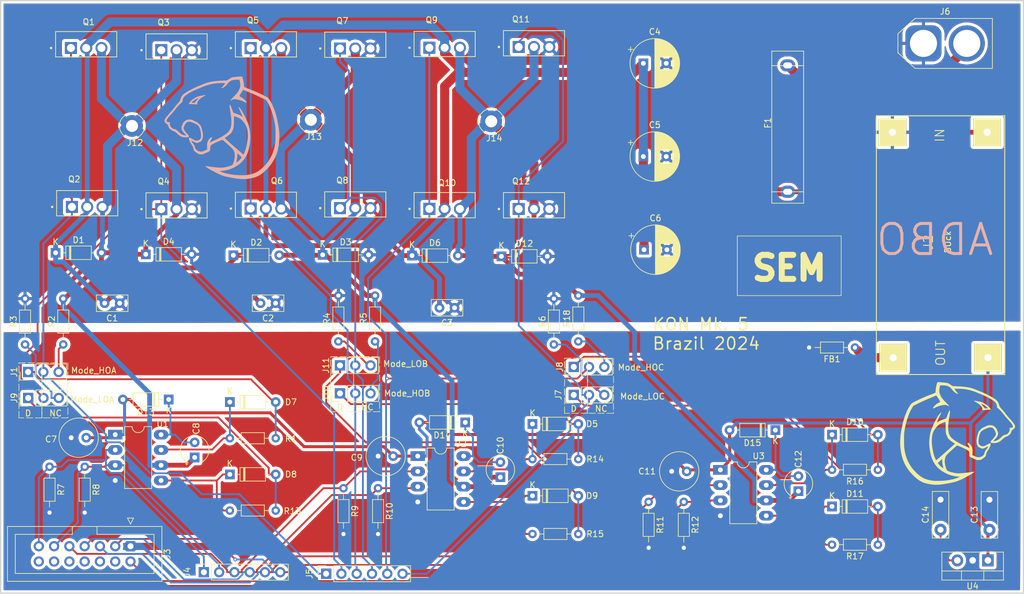
<source format=kicad_pcb>
(kicad_pcb (version 20240108) (generator "pcbnew") (generator_version "8.0")
  (layers (0 "F.Cu" signal) (31 "B.Cu" signal) (34 "B.Paste" user) (35 "F.Paste" user) (36 "B.SilkS" user "B.Silkscreen") (37 "F.SilkS" user "F.Silkscreen") (38 "B.Mask" user) (39 "F.Mask" user) (44 "Edge.Cuts" user))
  (net 0 "")
  (net 1 "Earth")
  (net 2 "VCC")
  (net 3 "MA")
  (net 4 "MB")
  (net 5 "MC")
  (net 6 "+12V")
  (net 7 "Net-(D13-K)")
  (net 8 "Net-(D14-K)")
  (net 9 "Net-(D15-K)")
  (net 10 "/LIN_B")
  (net 11 "/HIN_C")
  (net 12 "/LIN_C")
  (net 13 "/LIN_A")
  (net 14 "/HIN_A")
  (net 15 "/HIN_B")
  (net 16 "+5V")
  (net 17 "LO_B")
  (net 18 "LO_C")
  (net 19 "LO_A")
  (net 20 "HO_B")
  (net 21 "HO_A")
  (net 22 "HO_C")
  (net 23 "Net-(D5-K)")
  (net 24 "Net-(D5-A)")
  (net 25 "Net-(D7-A)")
  (net 26 "Net-(D7-K)")
  (net 27 "Net-(D8-A)")
  (net 28 "Net-(D8-K)")
  (net 29 "Net-(J6-Pin_2)")
  (net 30 "GND")
  (net 31 "Net-(J2-Pin_4)")
  (net 38 "Net-(D9-K)")
  (net 39 "Net-(D9-A)")
  (net 40 "Net-(D10-A)")
  (net 41 "Net-(D10-K)")
  (net 42 "Net-(D11-A)")
  (net 43 "Net-(D11-K)")
  (net 44 "Net-(J1-Pin_3)")
  (net 45 "Net-(J9-Pin_3)")
  (net 46 "Net-(J11-Pin_3)")
  (net 47 "Net-(J10-Pin_3)")
  (net 48 "Net-(J7-Pin_3)")
  (net 49 "Net-(J8-Pin_3)")
  (footprint "Connector_PinHeader_2.54mm:PinHeader_1x03_P2.54mm_Vertical" (layer "F.Cu") (at 66.04 112.268 90)
    (property "Reference" "J1")
    (property "Value" "Mode_HOA")
  )
  (footprint "Resistor_THT:R_Axial_DIN0204_L3.6mm_D1.6mm_P7.62mm_Horizontal" (layer "F.Cu") (at 124.191 131.582 -90)
    (property "Reference" "R10")
    (property "Value" "10K")
  )
  (footprint "Capacitor_THT:C_Disc_D5.0mm_W2.5mm_P2.50mm" (layer "F.Cu") (at 136.906 101.6 180)
    (property "Reference" "C3")
    (property "Value" "2.2uF")
  )
  (footprint "Resistor_THT:R_Axial_DIN0204_L3.6mm_D1.6mm_P7.62mm_Horizontal" (layer "F.Cu") (at 169.164 133.858 -90)
    (property "Reference" "R11")
    (property "Value" "10K")
  )
  (footprint "Capacitor_THT:CP_Radial_D8.0mm_P3.80mm" (layer "F.Cu") (at 168.402 91.948)
    (property "Reference" "C6")
    (property "Value" "220uF 100V")
  )
  (footprint "Capacitor_THT:C_Disc_D7.5mm_W2.5mm_P5.00mm" (layer "F.Cu") (at 217.678 138.481 90)
    (property "Reference" "C14")
    (property "Value" "0.33uF")
  )
  (footprint "Package_TO_SOT_THT:TO-220-3_Vertical" (layer "F.Cu") (at 225.552 143.581 180)
    (property "Reference" "U4")
    (property "Value" "LM7805_TO220")
  )
  (footprint "Package_DIP:DIP-8_W7.62mm_LongPads" (layer "F.Cu") (at 130.795 126.248)
    (property "Reference" "U2")
    (property "Value" "IR2101")
  )
  (footprint "Resistor_THT:R_Axial_DIN0204_L3.6mm_D1.6mm_P7.62mm_Horizontal" (layer "F.Cu") (at 117.602 107.188 90)
    (property "Reference" "R4")
    (property "Value" "10K")
  )
  (footprint "IRFZ44N:TO254P1016X419X2286-3" (layer "F.Cu") (at 150.114 85.1763)
    (property "Reference" "Q12")
    (property "Value" "IRFZ44N" (hide yes))
  )
  (footprint "Resistor_THT:R_Axial_DIN0204_L3.6mm_D1.6mm_P7.62mm_Horizontal" (layer "F.Cu") (at 69.6035 128.016 -90)
    (property "Reference" "R7")
    (property "Value" "10K")
  )
  (footprint "Resistor_THT:R_Axial_DIN0204_L3.6mm_D1.6mm_P7.62mm_Horizontal" (layer "F.Cu") (at 175.006 133.858 -90)
    (property "Reference" "R12")
    (property "Value" "10K")
  )
  (footprint "IRFZ44N:TO254P1016X419X2286-3" (layer "F.Cu") (at 150.114 58.2523)
    (property "Reference" "Q11")
    (property "Value" "IRFZ44N" (hide yes))
  )
  (footprint "Connector_AMASS:AMASS_XT60-F_1x02_P7.20mm_Vertical" (layer "F.Cu") (at 214.84 57.658)
    (property "Reference" "J6")
    (property "Value" "IN")
  )
  (footprint "Resistor_THT:R_Axial_DIN0204_L3.6mm_D1.6mm_P7.62mm_Horizontal" (layer "F.Cu") (at 107.188 135.2973 180)
    (property "Reference" "R13")
    (property "Value" "100")
  )
  (footprint "Resistor_THT:R_Axial_DIN0204_L3.6mm_D1.6mm_P7.62mm_Horizontal" (layer "F.Cu") (at 123.698 107.188 90)
    (property "Reference" "R5")
    (property "Value" "10K")
  )
  (footprint "TestPoint:TestPoint_Loop_D3.80mm_Drill2.0mm" (layer "F.Cu") (at 83.312 71.374)
    (property "Reference" "J12")
    (property "Value" "A")
  )
  (footprint "Diode_THT:D_DO-35_SOD27_P7.62mm_Horizontal" (layer "F.Cu") (at 149.86 132.842)
    (property "Reference" "D9")
    (property "Value" "SR560")
  )
  (footprint "Resistor_THT:R_Axial_DIN0204_L3.6mm_D1.6mm_P7.62mm_Horizontal" (layer "F.Cu") (at 107.188 123.2747 180)
    (property "Reference" "R1")
    (property "Value" "100")
  )
  (footprint "Diode_THT:D_DO-35_SOD27_P7.62mm_Horizontal" (layer "F.Cu") (at 144.6965 93.0503)
    (property "Reference" "D12")
    (property "Value" "SR560")
  )
  (footprint "IRFZ44N:TO254P1016X419X2286-3" (layer "F.Cu") (at 90.7128 85.202)
    (property "Reference" "Q4")
    (property "Value" "IRFZ44N" (hide yes))
  )
  (footprint "Capacitor_THT:C_Disc_D7.5mm_W2.5mm_P5.00mm" (layer "F.Cu") (at 225.806 138.501 90)
    (property "Reference" "C13")
    (property "Value" "0.1uF")
  )
  (footprint "Diode_THT:D_DO-35_SOD27_P7.62mm_Horizontal" (layer "F.Cu") (at 85.598 92.71)
    (property "Reference" "D4")
    (property "Value" "SR560")
  )
  (footprint "IRFZ44N:TO254P1016X419X2286-3" (layer "F.Cu") (at 90.7128 58.786)
    (property "Reference" "Q3")
    (property "Value" "IRFZ44N" (hide yes))
  )
  (footprint "Diode_THT:D_DO-35_SOD27_P7.62mm_Horizontal" (layer "F.Cu") (at 114.9959 92.7963)
    (property "Reference" "D3")
    (property "Value" "SR560")
  )
  (footprint "Connector_PinHeader_2.54mm:PinHeader_1x03_P2.54mm_Vertical" (layer "F.Cu") (at 117.871 115.824 90)
    (property "Reference" "J10")
    (property "Value" "Mode_HOB")
  )
  (footprint "Resistor_THT:R_Axial_DIN0204_L3.6mm_D1.6mm_P7.62mm_Horizontal" (layer "F.Cu") (at 157.48 139.192 180)
    (property "Reference" "R15")
    (property "Value" "100")
  )
  (footprint "Capacitor_THT:CP_Radial_Tantal_D4.5mm_P2.50mm" (layer "F.Cu") (at 194.056 132.08 90)
    (property "Reference" "C12")
    (property "Value" "6.8uF")
  )
  (footprint "Diode_THT:D_DO-35_SOD27_P7.62mm_Horizontal" (layer "F.Cu") (at 100.1456 92.8673)
    (property "Reference" "D2")
    (property "Value" "SR560")
  )
  (footprint "Resistor_THT:R_Axial_DIN0204_L3.6mm_D1.6mm_P7.62mm_Horizontal" (layer "F.Cu") (at 157.48 126.746 180)
    (property "Reference" "R14")
    (property "Value" "100")
  )
  (footprint "Capacitor_THT:CP_Radial_Tantal_D4.5mm_P2.50mm" (layer "F.Cu") (at 144.526 129.754 90)
    (property "Reference" "C10")
    (property "Value" "6.8uF")
  )
  (footprint "Capacitor_THT:CP_Radial_D8.0mm_P3.80mm" (layer "F.Cu") (at 168.2897 76.461)
    (property "Reference" "C5")
    (property "Value" "220uF 100V")
  )
  (footprint "Capacitor_THT:C_Radial_D6.3mm_H11.0mm_P2.50mm" (layer "F.Cu") (at 175.494 128.778 180)
    (property "Reference" "C11")
    (property "Value" "100uF")
  )
  (footprint "Connector_PinHeader_2.54mm:PinHeader_1x03_P2.54mm_Vertical" (layer "F.Cu") (at 156.718 116.078 90)
    (property "Reference" "J7")
    (property "Value" "Mode_LOC")
  )
  (footprint "Diode_THT:D_DO-35_SOD27_P7.62mm_Horizontal" (layer "F.Cu") (at 89.408 116.84 180)
    (property "Reference" "D13")
    (property "Value" "SR560")
  )
  (footprint "IRFZ44N:TO254P1016X419X2286-3" (layer "F.Cu") (at 75.692 58.42)
    (property "Reference" "Q1")
    (property "Value" "IRFZ44N" (hide yes))
  )
  (footprint "Diode_THT:D_DO-35_SOD27_P7.62mm_Horizontal" (layer "F.Cu") (at 199.644 122.682)
    (property "Reference" "D10")
    (property "Value" "SR560")
  )
  (footprint "Connector_PinSocket_2.54mm:PinSocket_1x06_P2.54mm_Vertical" (layer "F.Cu") (at 95.25 145.542 90)
    (property "Reference" "J4")
    (property "Value" "Logic_Test")
  )
  (footprint "Diode_THT:D_DO-35_SOD27_P7.62mm_Horizontal" (layer "F.Cu") (at 190.231 121.93 180)
    (property "Reference" "D15")
    (property "Value" "SR560")
  )
  (footprint "Connector_PinSocket_2.54mm:PinSocket_1x06_P2.54mm_Vertical" (layer "F.Cu") (at 115.57 145.796 90)
    (property "Reference" "J5")
    (property "Value" "Gate_Test")
  )
  (footprint "IRFZ44N:TO254P1016X419X2286-3" (layer "F.Cu") (at 75.8625 84.836)
    (property "Reference" "Q2")
    (property "Value" "IRFZ44N" (hide yes))
  )
  (footprint "Capacitor_THT:CP_Radial_Tantal_D4.5mm_P2.50mm" (layer "F.Cu") (at 93.726 126.472 90)
    (property "Reference" "C8")
    (property "Value" "6.8uF")
  )
  (footprint "Diode_THT:D_DO-35_SOD27_P7.62mm_Horizontal" (layer "F.Cu") (at 70.612 92.456)
    (property "Reference" "D1")
    (property "Value" "SR560")
  )
  (footprint "Resistor_THT:R_Axial_DIN0204_L3.6mm_D1.6mm_P7.62mm_Horizontal" (layer "F.Cu") (at 153.416 107.696 90)
    (property "Reference" "R6")
    (property "Value" "10K")
  )
  (footprint "Resistor_THT:R_Axial_DIN0204_L3.6mm_D1.6mm_P7.62mm_Horizontal" (layer "F.Cu") (at 118.451 131.582 -90)
    (property "Reference" "R9")
    (property "Value" "10K")
  )
  (footprint "Resistor_THT:R_Axial_DIN0204_L3.6mm_D1.6mm_P7.62mm_Horizontal" (layer "F.Cu") (at 207.264 140.97 180)
    (property "Reference" "R17")
    (property "Value" "100")
  )
  (footprint "Diode_THT:D_DO-35_SOD27_P7.62mm_Horizontal" (layer "F.Cu") (at 138.684 120.65 180)
    (property "Reference" "D14")
    (property "Value" "SR560")
  )
  (footprint "Capacitor_THT:C_Radial_D6.3mm_H11.0mm_P2.50mm" (layer "F.Cu") (at 75.6995 123.19 180)
    (property "Reference" "C7")
    (property "Value" "100uF")
  )
  (footprint "Fuse:Fuse_Littelfuse-LVR100" (layer "F.Cu") (at 192.278 82.3145 90)
    (property "Reference" "F1")
    (property "Value" "Fuse")
  )
  (footprint "Connector_PinHeader_2.54mm:PinHeader_1x03_P2.54mm_Vertical" (layer "F.Cu") (at 156.718 111.428 90)
    (property "Reference" "J8")
    (property "Value" "Mode_HOC")
  )
  (footprint "Capacitor_THT:C_Radial_D6.3mm_H11.0mm_P2.50mm" (layer "F.Cu") (at 126.711 126.248 180)
    (property "Reference" "C9")
    (property "Value" "100uF")
  )
  (footprint "Package_DIP:DIP-8_W7.62mm_LongPads" (layer "F.Cu") (at 181.087 128.534)
    (property "Reference" "U3")
    (property "Value" "IR2101")
  )
  (footprint "IRFZ44N:TO254P1016X419X2286-3" (layer "F.Cu") (at 105.5631 85.1053)
    (property "Reference" "Q6")
    (property "Value" "IRFZ44N" (hide yes))
  )
  (footprint "Resistor_THT:R_Axial_DIN0204_L3.6mm_D1.6mm_P7.62mm_Horizontal" (layer "F.Cu") (at 203.454 108.204 180)
    (property "Reference" "FB1")
    (property "Value" "FerriteBead_Small")
  )
  (footprint "Diode_THT:D_DO-35_SOD27_P7.62mm_Horizontal" (layer "F.Cu") (at 199.644 134.62)
    (property "Reference" "D11")
    (property "Value" "SR560")
  )
  (footprint "LOGO" (layer "F.Cu") (at 220.472 122.428)
    (property "Reference" "G***" (hide yes))
    (property "Value" "LOGO" (hide yes))
  )
  (footprint "DC_DC_LM2596_small:DC_DC_LM2596_small" (layer "F.Cu") (at 217.043 90.715 -90)
    (property "Reference" "J2")
    (property "Value" "BUck")
  )
  (footprint "Resistor_THT:R_Axial_DIN0204_L3.6mm_D1.6mm_P7.62mm_Horizontal" (layer "F.Cu") (at 71.882 107.696 90)
    (property "Reference" "R2")
    (property "Value" "10K")
  )
  (footprint "IRFZ44N:TO254P1016X419X2286-3" (layer "F.Cu") (at 105.5631 58.4353)
    (property "Reference" "Q5")
    (property "Value" "IRFZ44N" (hide yes))
  )
  (footprint "Connector_IDC:IDC-Header_2x07_P2.54mm_Vertical" (layer "F.Cu") (at 83.058 141.224 -90)
    (property "Reference" "J3")
    (property "Value" "Logic_Conn")
  )
  (footprint "IRFZ44N:TO254P1016X419X2286-3" (layer "F.Cu") (at 135.2637 58.3793)
    (property "Reference" "Q9")
    (property "Value" "IRFZ44N" (hide yes))
  )
  (footprint "TestPoint:TestPoint_Loop_D3.80mm_Drill2.0mm" (layer "F.Cu") (at 143.002 70.612)
    (property "Reference" "J14")
    (property "Value" "C")
  )
  (footprint "Diode_THT:D_DO-35_SOD27_P7.62mm_Horizontal" (layer "F.Cu") (at 129.8462 92.9233)
    (property "Reference" "D6")
    (property "Value" "SR560")
  )
  (footprint "Connector_PinHeader_2.54mm:PinHeader_1x03_P2.54mm_Vertical" (layer "F.Cu") (at 117.871 111.174 90)
    (property "Reference" "J11")
    (property "Value" "Mode_LOB")
  )
  (footprint "Capacitor_THT:C_Disc_D5.0mm_W2.5mm_P2.50mm" (layer "F.Cu") (at 81.26 100.838 180)
    (property "Reference" "C1")
    (property "Value" "2.2uF")
  )
  (footprint "IRFZ44N:TO254P1016X419X2286-3" (layer "F.Cu") (at 120.4134 58.5063)
    (property "Reference" "Q7")
    (property "Value" "IRFZ44N" (hide yes))
  )
  (footprint "IRFZ44N:TO254P1016X419X2286-3" (layer "F.Cu") (at 120.4134 85.0343)
    (property "Reference" "Q8")
    (property "Value" "IRFZ44N" (hide yes))
  )
  (footprint "TestPoint:TestPoint_Loop_D3.80mm_Drill2.0mm" (layer "F.Cu") (at 113.03 70.358)
    (property "Reference" "J13")
    (property "Value" "B")
  )
  (footprint "Resistor_THT:R_Axial_DIN0204_L3.6mm_D1.6mm_P7.62mm_Horizontal" (layer "F.Cu") (at 157.48 107.188 90)
    (property "Reference" "R18")
    (property "Value" "10K")
  )
  (footprint "Diode_THT:D_DO-35_SOD27_P7.62mm_Horizontal" (layer "F.Cu") (at 99.568 117.2633)
    (property "Reference" "D7")
    (property "Value" "SR560")
  )
  (footprint "Resistor_THT:R_Axial_DIN0204_L3.6mm_D1.6mm_P7.62mm_Horizontal" (layer "F.Cu") (at 65.532 107.696 90)
    (property "Reference" "R3")
    (property "Value" "10K")
  )
  (footprint "Package_DIP:DIP-8_W7.62mm_LongPads" (layer "F.Cu") (at 80.518 122.682)
    (property "Reference" "U1")
    (property "Value" "IR2101")
  )
  (footprint "Connector_PinHeader_2.54mm:PinHeader_1x03_P2.54mm_Vertical" (layer "F.Cu") (at 66.055 116.586 90)
    (property "Reference" "J9")
    (property "Value" "Mode_LOA")
  )
  (footprint "Resistor_THT:R_Axial_DIN0204_L3.6mm_D1.6mm_P7.62mm_Horizontal" (layer "F.Cu") (at 207.264 128.524 180)
    (property "Reference" "R16")
    (property "Value" "100")
  )
  (footprint "Capacitor_THT:C_Disc_D5.0mm_W2.5mm_P2.50mm" (layer "F.Cu") (at 107.168 100.838 180)
    (property "Reference" "C2")
    (property "Value" "2.2uF")
  )
  (footprint "IRFZ44N:TO254P1016X419X2286-3" (layer "F.Cu") (at 135.2637 85.1613)
    (property "Reference" "Q10")
    (property "Value" "IRFZ44N" (hide yes))
  )
  (footprint "Capacitor_THT:CP_Radial_D8.0mm_P3.80mm" (layer "F.Cu") (at 168.2897 60.974)
    (property "Reference" "C4")
    (property "Value" "220uF 100V")
  )
  (footprint "Resistor_THT:R_Axial_DIN0204_L3.6mm_D1.6mm_P7.62mm_Horizontal" (layer "F.Cu") (at 75.4455 128.016 -90)
    (property "Reference" "R8")
    (property "Value" "10K")
  )
  (footprint "Diode_THT:D_DO-35_SOD27_P7.62mm_Horizontal" (layer "F.Cu") (at 149.86 120.904)
    (property "Reference" "D5")
    (property "Value" "SR560")
  )
  (footprint "Diode_THT:D_DO-35_SOD27_P7.62mm_Horizontal" (layer "F.Cu") (at 99.568 129.286)
    (property "Reference" "D8")
    (property "Value" "SR560")
  )
  (footprint "LOGO" (layer "B.Cu") (at 98.298 71.628 180)
    (property "Reference" "G***" (hide yes))
    (property "Value" "LOGO" (hide yes))
  )
  (gr_rect (start 120.142 109.728) (end 124.46 118.872) (stroke (width 0.1) (type dash)) (fill none) (layer "F.SilkS"))
  (gr_rect (start 116.332 109.728) (end 120.142 118.872) (stroke (width 0.1) (type dash)) (fill none) (layer "F.SilkS"))
  (gr_rect (start 68.326 110.744) (end 72.644 119.888) (stroke (width 0.1) (type dash)) (fill none) (layer "F.SilkS"))
  (gr_rect (start 159.004 109.982) (end 163.322 119.126) (stroke (width 0.1) (type dash)) (fill none) (layer "F.SilkS"))
  (gr_rect (start 64.516 110.744) (end 68.326 119.888) (stroke (width 0.1) (type dash)) (fill none) (layer "F.SilkS"))
  (gr_rect (start 155.194 109.982) (end 159.004 119.126) (stroke (width 0.1) (type dash)) (fill none) (layer "F.SilkS"))
  (gr_rect (start 61.468 50.546) (end 231.468 149.026) (stroke (width 0.2)) (fill none) (layer "Edge.Cuts"))
  (gr_text "ADBO" (at 226.822 93.218 0) (layer "B.SilkS") (effects (font (size 5 5) (thickness 0.5)) (justify left bottom mirror)))
  (gr_text "D    NC" (at 120.396 118.11 0) (layer "F.SilkS") (effects (font (size 1 1))))
  (gr_text "Mode_HOA" (at 76.947 112.014 0) (layer "F.SilkS") (effects (font (size 1 1))))
  (gr_text "Mode_LOB" (at 128.778 110.92 0) (layer "F.SilkS") (effects (font (size 1 1))))
  (gr_text "Mode_HOC" (at 167.894 111.506 0) (layer "F.SilkS") (effects (font (size 1 1))))
  (gr_text "D    NC" (at 68.58 119.126 0) (layer "F.SilkS") (effects (font (size 1 1))))
  (gr_text "Mode_HOB" (at 129.032 115.824 0) (layer "F.SilkS") (effects (font (size 1 1))))
  (gr_text "KON Mk. 5\nBrazil 2024" (at 169.672 108.712 0) (layer "F.SilkS") (effects (font (size 2 2) (thickness 0.25) (bold yes)) (justify left bottom)))
  (gr_text "D    NC" (at 159.258 118.364 0) (layer "F.SilkS") (effects (font (size 1 1))))
  (gr_text "Mode_LOC" (at 168.148 116.332 0) (layer "F.SilkS") (effects (font (size 1 1))))
  (gr_text "Mode_LOA" (at 76.708 116.84 0) (layer "F.SilkS") (effects (font (size 1 1))))
  (gr_text_box "SEM" (start 183.896 89.662) (end 201.168 99.568) (layer "F.SilkS") (effects (font (size 4 4) (thickness 1) (bold yes)) (justify top)) (border yes) (stroke (width 0.1)))
  (segment (start 135.2637 64.77) (end 135.2637 85.1613) (width 1.5) (layer "F.Cu") (net 2))
  (segment (start 84.6311 94.9669) (end 78.76 100.838) (width 0.8) (layer "F.Cu") (net 2))
  (segment (start 225.425 72.427) (end 222.4373 72.427) (width 0.8) (layer "F.Cu") (net 2))
  (segment (start 105.5631 85.1053) (end 105.5631 91.2741) (width 0.8) (layer "F.Cu") (net 2))
  (segment (start 103.2405 91.2741) (end 101.6473 92.8673) (width 0.8) (layer "F.Cu") (net 2))
  (segment (start 137.5497 62.484) (end 135.2637 64.77) (width 1.5) (layer "F.Cu") (net 2))
  (segment (start 100.8965 92.8673) (end 98.7969 94.9669) (width 0.8) (layer "F.Cu") (net 2))
  (segment (start 128.3445 92.9233) (end 126.6953 91.2741) (width 0.8) (layer "F.Cu") (net 2))
  (segment (start 105.5631 91.2741) (end 103.2405 91.2741) (width 0.8) (layer "F.Cu") (net 2))
  (segment (start 222.4373 72.427) (end 212.5498 82.3145) (width 0.8) (layer "F.Cu") (net 2))
  (segment (start 135.2637 59.3177) (end 135.2637 58.3793) (width 1.5) (layer "F.Cu") (net 2))
  (segment (start 129.8462 92.9233) (end 128.3445 92.9233) (width 0.8) (layer "F.Cu") (net 2))
  (segment (start 168.2897 60.974) (end 166.7797 62.484) (width 1.5) (layer "F.Cu") (net 2))
  (segment (start 98.7969 94.9669) (end 84.6311 94.9669) (width 0.8) (layer "F.Cu") (net 2))
  (segment (start 166.7797 62.484) (end 137.5497 62.484) (width 1.5) (layer "F.Cu") (net 2))
  (segment (start 174.1432 82.3145) (end 168.402 88.0557) (width 1.5) (layer "F.Cu") (net 2))
  (segment (start 100.1456 92.8673) (end 100.8965 92.8673) (width 0.8) (layer "F.Cu") (net 2))
  (segment (start 168.2897 79.1357) (end 168.2897 76.461) (width 1.5) (layer "F.Cu") (net 2))
  (segment (start 168.402 88.0557) (end 168.402 91.948) (width 1.5) (layer "F.Cu") (net 2))
  (segment (start 100.8965 92.8673) (end 101.6473 92.8673) (width 0.8) (layer "F.Cu") (net 2))
  (segment (start 192.278 82.3145) (end 174.1432 82.3145) (width 1.5) (layer "F.Cu") (net 2))
  (segment (start 212.5498 82.3145) (end 192.278 82.3145) (width 0.8) (layer "F.Cu") (net 2))
  (segment (start 138.43 62.484) (end 135.2637 59.3177) (width 1.5) (layer "F.Cu") (net 2))
  (segment (start 174.1432 82.3145) (end 171.4685 82.3145) (width 1.5) (layer "F.Cu") (net 2))
  (segment (start 171.4685 82.3145) (end 168.2897 79.1357) (width 1.5) (layer "F.Cu") (net 2))
  (segment (start 98.7969 94.9669) (end 104.668 100.838) (width 0.8) (layer "F.Cu") (net 2))
  (segment (start 126.6953 91.2741) (end 105.5631 91.2741) (width 0.8) (layer "F.Cu") (net 2))
  (segment (start 70.612 92.456) (end 70.612 90.9543) (width 0.8) (layer "B.Cu") (net 2))
  (segment (start 71.8797 93.9577) (end 70.612 93.9577) (width 0.8) (layer "B.Cu") (net 2))
  (segment (start 129.8462 92.1724) (end 129.8462 91.4216) (width 0.8) (layer "B.Cu") (net 2))
  (segment (start 129.8462 92.9233) (end 129.8462 92.1724) (width 0.8) (layer "B.Cu") (net 2))
  (segment (start 75.692 58.064397) (end 75.692 58.42) (width 1.5) (layer "B.Cu") (net 2))
  (segment (start 135.2637 86.0041) (end 129.8462 91.4216) (width 0.8) (layer "B.Cu") (net 2))
  (segment (start 79.654397 54.102) (end 75.692 58.064397) (width 1.5) (layer "B.Cu") (net 2))
  (segment (start 105.5631 58.4353) (end 105.5631 56.8803) (width 1.5) (layer "B.Cu") (net 2))
  (segment (start 135.2637 58.3793) (end 135.2637 56.968622) (width 1.5) (layer "B.Cu") (net 2))
  (segment (start 168.2897 76.461) (end 168.2897 60.974) (width 1.5) (layer "B.Cu") (net 2))
  (segment (start 75.8625 58.5905) (end 75.8625 84.836) (width 0.8) (layer "B.Cu") (net 2))
  (segment (start 70.612 92.456) (end 70.612 93.9577) (width 0.8) (layer "B.Cu") (net 2))
  (segment (start 135.2637 85.1613) (end 135.2637 86.0041) (width 0.8) (layer "B.Cu") (net 2))
  (segment (start 108.458 54.61) (end 105.5631 57.5049) (width 1.5) (layer "B.Cu") (net 2))
  (segment (start 105.5631 57.5049) (end 105.5631 58.4353) (width 1.5) (layer "B.Cu") (net 2))
  (segment (start 132.905078 54.61) (end 108.458 54.61) (width 1.5) (layer "B.Cu") (net 2))
  (segment (start 135.2637 56.968622) (end 132.905078 54.61) (width 1.5) (layer "B.Cu") (net 2))
  (segment (start 105.5631 58.4353) (end 105.5631 85.1053) (width 0.8) (layer "B.Cu") (net 2))
  (segment (start 75.692 58.42) (end 75.8625 58.5905) (width 0.8) (layer "B.Cu") (net 2))
  (segment (start 105.5631 56.8803) (end 102.7848 54.102) (width 1.5) (layer "B.Cu") (net 2))
  (segment (start 129.8462 92.1724) (end 134.406 96.7322) (width 0.8) (layer "B.Cu") (net 2))
  (segment (start 75.8625 85.7038) (end 75.8625 84.836) (width 0.8) (layer "B.Cu") (net 2))
  (segment (start 134.406 96.7322) (end 134.406 101.6) (width 0.8) (layer "B.Cu") (net 2))
  (segment (start 102.7848 54.102) (end 79.654397 54.102) (width 1.5) (layer "B.Cu") (net 2))
  (segment (start 70.612 90.9543) (end 75.8625 85.7038) (width 0.8) (layer "B.Cu") (net 2))
  (segment (start 78.76 100.838) (end 71.8797 93.9577) (width 0.8) (layer "B.Cu") (net 2))
  (segment (start 78.232 92.456) (end 78.232 93.9577) (width 0.8) (layer "F.Cu") (net 3))
  (segment (start 92.436 127.762) (end 88.138 127.762) (width 0.8) (layer "F.Cu") (net 3))
  (segment (start 93.726 126.472) (end 92.436 127.762) (width 0.8) (layer "F.Cu") (net 3))
  (segment (start 90.7128 86.0935) (end 85.598 91.2083) (width 0.8) (layer "F.Cu") (net 3))
  (segment (start 82.042 92.456) (end 78.232 92.456) (width 0.8) (layer "F.Cu") (net 3))
  (segment (start 78.232 93.9577) (end 72.1137 100.076) (width 0.8) (layer "F.Cu") (net 3))
  (segment (start 72.1137 100.076) (end 71.882 100.076) (width 0.8) (layer "F.Cu") (net 3))
  (segment (start 82.296 92.71) (end 82.042 92.456) (width 0.8) (layer "F.Cu") (net 3))
  (segment (start 85.598 92.71) (end 82.296 92.71) (width 0.8) (layer "F.Cu") (net 3))
  (segment (start 90.7128 85.202) (end 90.7128 86.0935) (width 0.8) (layer "F.Cu") (net 3))
  (segment (start 85.598 92.71) (end 85.598 91.2083) (width 0.8) (layer "F.Cu") (net 3))
  (segment (start 83.058 70.866) (end 90.7128 78.5208) (width 1.5) (layer "B.Cu") (net 3))
  (segment (start 82.296 70.866) (end 83.058 70.866) (width 0.8) (layer "B.Cu") (net 3))
  (segment (start 86.2363 127.762) (end 86.2363 115.832) (width 0.8) (layer "B.Cu") (net 3))
  (segment (start 78.232 92.456) (end 78.232 90.9543) (width 0.8) (layer "B.Cu") (net 3))
  (segment (start 78.232 58.42) (end 78.232 66.802) (width 1.5) (layer "B.Cu") (net 3))
  (segment (start 88.138 127.762) (end 86.2363 127.762) (width 0.8) (layer "B.Cu") (net 3))
  (segment (start 90.7128 58.786) (end 90.7128 63.9732) (width 1.5) (layer "B.Cu") (net 3))
  (segment (start 78.4025 84.836) (end 79.248 83.9905) (width 0.8) (layer "B.Cu") (net 3))
  (segment (start 90.7128 63.9732) (end 83.82 70.866) (width 1.5) (layer "B.Cu") (net 3))
  (segment (start 90.7128 78.5208) (end 90.7128 85.202) (width 1.5) (layer "B.Cu") (net 3))
  (segment (start 86.2363 115.832) (end 71.882 101.4777) (width 0.8) (layer "B.Cu") (net 3))
  (segment (start 79.248 74.676) (end 83.058 70.866) (width 1.5) (layer "B.Cu") (net 3))
  (segment (start 78.4025 90.7838) (end 78.4025 84.836) (width 0.8) (layer "B.Cu") (net 3))
  (segment (start 78.232 90.9543) (end 78.4025 90.7838) (width 0.8) (layer "B.Cu") (net 3))
  (segment (start 83.82 70.866) (end 83.058 70.866) (width 0.8) (layer "B.Cu") (net 3))
  (segment (start 71.882 100.076) (end 71.882 101.4777) (width 0.8) (layer "B.Cu") (net 3))
  (segment (start 78.232 66.802) (end 82.296 70.866) (width 1.5) (layer "B.Cu") (net 3))
  (segment (start 79.248 83.9905) (end 79.248 74.676) (width 1.5) (layer "B.Cu") (net 3))
  (segment (start 115.5246 92.7963) (end 114.9959 92.7963) (width 0.8) (layer "F.Cu") (net 4))
  (segment (start 140.3167 131.328) (end 141.8907 129.754) (width 0.8) (layer "F.Cu") (net 4))
  (segment (start 120.4134 62.7206) (end 120.4134 58.5063) (width 1.5) (layer "F.Cu") (net 4))
  (segment (start 113.03 70.104) (end 120.4134 77.4874) (width 1.5) (layer "F.Cu") (net 4))
  (segment (start 141.8907 129.754) (end 144.526 129.754) (width 0.8) (layer "F.Cu") (net 4))
  (segment (start 113.03 70.104) (end 120.4134 62.7206) (width 1.5) (layer "F.Cu") (net 4))
  (segment (start 120.4134 77.4874) (end 120.4134 85.0343) (width 1.5) (layer "F.Cu") (net 4))
  (segment (start 108.1031 65.4311) (end 113.03 70.358) (width 1.5) (layer "F.Cu") (net 4))
  (segment (start 108.1031 58.4353) (end 108.1031 65.4311) (width 1.5) (layer "F.Cu") (net 4))
  (segment (start 107.7656 92.8673) (end 114.9249 92.8673) (width 0.8) (layer "F.Cu") (net 4))
  (segment (start 122.2963 99.568) (end 115.5246 92.7963) (width 0.8) (layer "F.Cu") (net 4))
  (segment (start 123.698 99.568) (end 122.2963 99.568) (width 0.8) (layer "F.Cu") (net 4))
  (segment (start 114.9249 92.8673) (end 114.9959 92.7963) (width 0.8) (layer "F.Cu") (net 4))
  (segment (start 138.415 131.328) (end 140.3167 131.328) (width 0.8) (layer "F.Cu") (net 4))
  (segment (start 120.4134 85.8771) (end 114.9959 91.2946) (width 0.8) (layer "B.Cu") (net 4))
  (segment (start 108.7124 85.0111) (end 108.1973 85.0111) (width 0.8) (layer "B.Cu") (net 4))
  (segment (start 120.4134 85.0343) (end 120.4134 85.8771) (width 0.8) (layer "B.Cu") (net 4))
  (segment (start 108.7124 85.0111) (end 114.9959 91.2946) (width 0.8) (layer "B.Cu") (net 4))
  (segment (start 108.1973 85.0111) (end 108.1031 85.1053) (width 0.8) (layer "B.Cu") (net 4))
  (segment (start 136.5133 113.785) (end 123.698 100.9697) (width 0.8) (layer "B.Cu") (net 4))
  (segment (start 123.698 100.9697) (end 123.698 99.568) (width 0.8) (layer "B.Cu") (net 4))
  (segment (start 136.5133 130.048) (end 136.5133 113.785) (width 0.8) (layer "B.Cu") (net 4))
  (segment (start 107.95 75.184) (end 107.95 84.2487) (width 1.5) (layer "B.Cu") (net 4))
  (segment (start 107.95 84.2487) (end 108.7124 85.0111) (width 0.8) (layer "B.Cu") (net 4))
  (segment (start 137.7933 131.328) (end 136.5133 130.048) (width 0.8) (layer "B.Cu") (net 4))
  (segment (start 113.03 70.104) (end 107.95 75.184) (width 1.5) (layer "B.Cu") (net 4))
  (segment (start 138.415 131.328) (end 137.7933 131.328) (width 0.8) (layer "B.Cu") (net 4))
  (segment (start 114.9959 92.7963) (end 114.9959 91.2946) (width 0.8) (layer "B.Cu") (net 4))
  (segment (start 194.056 132.08) (end 192.522 133.614) (width 0.8) (layer "F.Cu") (net 5))
  (segment (start 143.002 70.612) (end 150.114 77.724) (width 1.5) (layer "F.Cu") (net 5))
  (segment (start 192.522 133.614) (end 188.707 133.614) (width 0.8) (layer "F.Cu") (net 5))
  (segment (start 147.6582 96.012) (end 144.6965 93.0503) (width 0.8) (layer "F.Cu") (net 5))
  (segment (start 146.1982 93.0503) (end 150.114 89.1345) (width 0.8) (layer "F.Cu") (net 5))
  (segment (start 144.6965 93.0503) (end 143.1948 93.0503) (width 0.8) (layer "F.Cu") (net 5))
  (segment (start 153.924 96.012) (end 147.6582 96.012) (width 0.8) (layer "F.Cu") (net 5))
  (segment (start 144.6965 93.0503) (end 146.1982 93.0503) (width 0.8) (layer "F.Cu") (net 5))
  (segment (start 143.0678 92.9233) (end 143.1948 93.0503) (width 0.8) (layer "F.Cu") (net 5))
  (segment (start 150.114 89.1345) (end 150.114 85.1763) (width 0.8) (layer "F.Cu") (net 5))
  (segment (start 157.48 99.568) (end 153.924 96.012) (width 0.8) (layer "F.Cu") (net 5))
  (segment (start 150.114 77.724) (end 150.114 85.1763) (width 1.5) (layer "F.Cu") (net 5))
  (segment (start 143.002 70.358) (end 143.002 70.612) (width 0.8) (layer "F.Cu") (net 5))
  (segment (start 137.4662 92.9233) (end 143.0678 92.9233) (width 0.8) (layer "F.Cu") (net 5))
  (segment (start 160.7523 99.568) (end 166.8395 105.6552) (width 0.8) (layer "B.Cu") (net 5))
  (segment (start 166.8395 110.1574) (end 186.8053 130.1232) (width 0.8) (layer "B.Cu") (net 5))
  (segment (start 186.8053 133.614) (end 188.707 133.614) (width 0.8) (layer "B.Cu") (net 5))
  (segment (start 166.8395 105.6552) (end 166.8395 110.1574) (width 0.8) (layer "B.Cu") (net 5))
  (segment (start 150.114 58.2523) (end 150.114 63.5) (width 1.5) (layer "B.Cu") (net 5))
  (segment (start 142.748 70.358) (end 142.748 70.104) (width 0.8) (layer "B.Cu") (net 5))
  (segment (start 157.48 99.568) (end 160.7523 99.568) (width 0.8) (layer "B.Cu") (net 5))
  (segment (start 139.7 73.406) (end 142.748 70.358) (width 1.5) (layer "B.Cu") (net 5))
  (segment (start 142.748 70.104) (end 137.8037 65.1597) (width 1.5) (layer "B.Cu") (net 5))
  (segment (start 137.4662 92.9233) (end 137.4662 91.4216) (width 0.8) (layer "B.Cu") (net 5))
  (segment (start 139.7 83.265) (end 139.7 73.406) (width 1.5) (layer "B.Cu") (net 5))
  (segment (start 137.8037 91.0841) (end 137.8037 85.1613) (width 0.8) (layer "B.Cu") (net 5))
  (segment (start 186.8053 130.1232) (end 186.8053 133.614) (width 0.8) (layer "B.Cu") (net 5))
  (segment (start 137.4662 91.4216) (end 137.8037 91.0841) (width 0.8) (layer "B.Cu") (net 5))
  (segment (start 137.8037 65.1597) (end 137.8037 58.3793) (width 1.5) (layer "B.Cu") (net 5))
  (segment (start 150.114 63.5) (end 143.256 70.358) (width 1.5) (layer "B.Cu") (net 5))
  (segment (start 137.8037 85.1613) (end 139.7 83.265) (width 1.5) (layer "B.Cu") (net 5))
  (segment (start 175.738 128.534) (end 181.087 128.534) (width 0.5) (layer "F.Cu") (net 6))
  (segment (start 80.518 122.682) (end 80.01 123.19) (width 0.5) (layer "F.Cu") (net 6))
  (segment (start 75.9535 123.19) (end 75.6995 122.936) (width 0.5) (layer "F.Cu") (net 6))
  (segment (start 182.611 123.0817) (end 182.611 121.93) (width 0.5) (layer "F.Cu") (net 6))
  (segment (start 134.2204 122.6547) (end 169.3707 122.6547) (width 0.5) (layer "F.Cu") (net 6))
  (segment (start 81.788 116.84) (end 82.9397 116.84) (width 0.5) (layer "F.Cu") (net 6))
  (segment (start 131.064 120.65) (end 132.2157 120.65) (width 0.5) (layer "F.Cu") (net 6))
  (segment (start 132.2157 120.65) (end 134.2204 122.6547) (width 0.5) (layer "F.Cu") (net 6))
  (segment (start 80.01 123.19) (end 75.9535 123.19) (width 0.5) (layer "F.Cu") (net 6))
  (segment (start 169.3707 122.6547) (end 175.494 128.778) (width 0.5) (layer "F.Cu") (net 6))
  (segment (start 130.795 126.248) (end 126.711 126.248) (width 0.5) (layer "F.Cu") (net 6))
  (segment (start 85.1561 119.0564) (end 106.2704 119.0564) (width 0.5) (layer "F.Cu") (net 6))
  (segment (start 125.1397 124.6767) (end 126.711 126.248) (width 0.5) (layer "F.Cu") (net 6))
  (segment (start 225.806 138.501) (end 225.552 138.755) (width 0.5) (layer "F.Cu") (net 6))
  (segment (start 182.6387 126.9823) (end 182.6387 123.1094) (width 0.5) (layer "F.Cu") (net 6))
  (segment (start 181.087 128.534) (end 182.6387 126.9823) (width 0.5) (layer "F.Cu") (net 6))
  (segment (start 225.552 138.755) (end 225.552 143.581) (width 0.5) (layer "F.Cu") (net 6))
  (segment (start 175.494 128.778) (end 175.738 128.534) (width 0.5) (layer "F.Cu") (net 6))
  (segment (start 82.9397 116.84) (end 85.1561 119.0564) (width 0.5) (layer "F.Cu") (net 6))
  (segment (start 106.2704 119.0564) (end 111.8907 124.6767) (width 0.5) (layer "F.Cu") (net 6))
  (segment (start 182.6387 123.1094) (end 182.611 123.0817) (width 0.5) (layer "F.Cu") (net 6))
  (segment (start 111.8907 124.6767) (end 125.1397 124.6767) (width 0.5) (layer "F.Cu") (net 6))
  (segment (start 132.3467 123.0844) (end 131.064 121.8017) (width 0.5) (layer "B.Cu") (net 6))
  (segment (start 82.0697 117.1217) (end 81.788 116.84) (width 0.5) (layer "B.Cu") (net 6))
  (segment (start 225.552 109.892) (end 225.552 112.4038) (width 0.5) (layer "B.Cu") (net 6))
  (segment (start 130.795 126.248) (end 132.3467 126.248) (width 0.5) (layer "B.Cu") (net 6))
  (segment (start 222.6833 120.7561) (end 222.6833 135.3783) (width 0.5) (layer "B.Cu") (net 6))
  (segment (start 225.552 117.8874) (end 222.6833 120.7561) (width 0.5) (layer "B.Cu") (net 6))
  (segment (start 222.6833 135.3783) (end 225.806 138.501) (width 0.5) (layer "B.Cu") (net 6))
  (segment (start 222.6833 120.7561) (end 183.7849 120.7561) (width 0.5) (layer "B.Cu") (net 6))
  (segment (start 132.3467 126.248) (end 132.3467 123.0844) (width 0.5) (layer "B.Cu") (net 6))
  (segment (start 80.518 122.682) (end 82.0697 122.682) (width 0.5) (layer "B.Cu") (net 6))
  (segment (start 183.7849 120.7561) (end 182.611 121.93) (width 0.5) (layer "B.Cu") (net 6))
  (segment (start 82.0697 122.682) (end 82.0697 117.1217) (width 0.5) (layer "B.Cu") (net 6))
  (segment (start 225.552 112.4038) (end 225.552 117.8874) (width 0.5) (layer "B.Cu") (net 6))
  (segment (start 131.064 120.65) (end 131.064 121.8017) (width 0.5) (layer "B.Cu") (net 6))
  (segment (start 90.43785 122.682) (end 89.6897 122.682) (width 0.3) (layer "B.Cu") (net 7))
  (segment (start 89.6897 122.682) (end 89.6897 118.2734) (width 0.3) (layer "B.Cu") (net 7))
  (segment (start 89.6897 118.2734) (end 89.408 117.9917) (width 0.3) (layer "B.Cu") (net 7))
  (segment (start 93.726 123.972) (end 91.72785 123.972) (width 0.3) (layer "B.Cu") (net 7))
  (segment (start 88.138 122.682) (end 89.6897 122.682) (width 0.3) (layer "B.Cu") (net 7))
  (segment (start 91.72785 123.972) (end 90.43785 122.682) (width 0.3) (layer "B.Cu") (net 7))
  (segment (start 89.408 116.84) (end 89.408 117.9917) (width 0.3) (layer "B.Cu") (net 7))
  (segment (start 140.9727 127.254) (end 139.9667 126.248) (width 0.3) (layer "B.Cu") (net 8))
  (segment (start 138.684 120.65) (end 138.684 121.8017) (width 0.3) (layer "B.Cu") (net 8))
  (segment (start 144.526 127.254) (end 140.9727 127.254) (width 0.3) (layer "B.Cu") (net 8))
  (segment (start 139.9667 126.248) (end 139.9667 123.0844) (width 0.3) (layer "B.Cu") (net 8))
  (segment (start 139.9667 123.0844) (end 138.684 121.8017) (width 0.3) (layer "B.Cu") (net 8))
  (segment (start 138.415 126.248) (end 139.9667 126.248) (width 0.3) (layer "B.Cu") (net 8))
  (segment (start 188.707 128.534) (end 190.2587 128.534) (width 0.3) (layer "B.Cu") (net 9))
  (segment (start 190.231 121.93) (end 190.231 123.0817) (width 0.3) (layer "B.Cu") (net 9))
  (segment (start 194.056 129.58) (end 191.3047 129.58) (width 0.3) (layer "B.Cu") (net 9))
  (segment (start 191.3047 129.58) (end 190.2587 128.534) (width 0.3) (layer "B.Cu") (net 9))
  (segment (start 190.2587 128.534) (end 190.2587 123.1094) (width 0.3) (layer "B.Cu") (net 9))
  (segment (start 190.2587 123.1094) (end 190.231 123.0817) (width 0.3) (layer "B.Cu") (net 9))
  (segment (start 123.0552 132.7178) (end 124.191 131.582) (width 0.3) (layer "F.Cu") (net 10))
  (segment (start 116.5204 132.7178) (end 123.0552 132.7178) (width 0.3) (layer "F.Cu") (net 10))
  (segment (start 130.541 131.582) (end 130.795 131.328) (width 0.3) (layer "F.Cu") (net 10))
  (segment (start 102.87 145.542) (end 104.0717 145.542) (width 0.3) (layer "F.Cu") (net 10))
  (segment (start 104.0717 145.542) (end 104.0717 145.1665) (width 0.3) (layer "F.Cu") (net 10))
  (segment (start 104.0717 145.1665) (end 116.5204 132.7178) (width 0.3) (layer "F.Cu") (net 10))
  (segment (start 124.191 131.582) (end 130.541 131.582) (width 0.3) (layer "F.Cu") (net 10))
  (segment (start 101.6683 145.542) (end 101.6683 145.9155) (width 0.3) (layer "B.Cu") (net 10))
  (segment (start 85.2289 140.0154) (end 76.6466 140.0154) (width 0.3) (layer "B.Cu") (net 10))
  (segment (start 76.6466 140.0154) (end 75.438 141.224) (width 0.3) (layer "B.Cu") (net 10))
  (segment (start 100.8337 146.7501) (end 91.9636 146.7501) (width 0.3) (layer "B.Cu") (net 10))
  (segment (start 102.87 145.542) (end 101.6683 145.542) (width 0.3) (layer "B.Cu") (net 10))
  (segment (start 91.9636 146.7501) (end 85.2289 140.0154) (width 0.3) (layer "B.Cu") (net 10))
  (segment (start 101.6683 145.9155) (end 100.8337 146.7501) (width 0.3) (layer "B.Cu") (net 10))
  (segment (start 106.6117 145.1685) (end 108.8793 142.9009) (width 0.3) (layer "F.Cu") (net 11))
  (segment (start 160.1211 142.9009) (end 169.164 133.858) (width 0.3) (layer "F.Cu") (net 11))
  (segment (start 108.8793 142.9009) (end 160.1211 142.9009) (width 0.3) (layer "F.Cu") (net 11))
  (segment (start 181.087 131.074) (end 171.948 131.074) (width 0.3) (layer "F.Cu") (net 11))
  (segment (start 106.6117 145.542) (end 106.6117 145.1685) (width 0.3) (layer "F.Cu") (net 11))
  (segment (start 105.41 145.542) (end 106.6117 145.542) (width 0.3) (layer "F.Cu") (net 11))
  (segment (start 171.948 131.074) (end 169.164 133.858) (width 0.3) (layer "F.Cu") (net 11))
  (segment (start 77.978 141.224) (end 79.2485 142.4945) (width 0.3) (layer "B.Cu") (net 11))
  (segment (start 105.41 145.542) (end 104.2083 145.542) (width 0.3) (layer "B.Cu") (net 11))
  (segment (start 85.0164 142.4945) (end 89.7801 147.2582) (width 0.3) (layer "B.Cu") (net 11))
  (segment (start 102.8656 147.2582) (end 104.2083 145.9155) (width 0.3) (layer "B.Cu") (net 11))
  (segment (start 89.7801 147.2582) (end 102.8656 147.2582) (width 0.3) (layer "B.Cu") (net 11))
  (segment (start 79.2485 142.4945) (end 85.0164 142.4945) (width 0.3) (layer "B.Cu") (net 11))
  (segment (start 104.2083 145.9155) (end 104.2083 145.542) (width 0.3) (layer "B.Cu") (net 11))
  (segment (start 80.518 141.224) (end 81.7371 140.0049) (width 0.3) (layer "F.Cu") (net 12))
  (segment (start 81.7371 140.0049) (end 97.0457 140.0049) (width 0.3) (layer "F.Cu") (net 12))
  (segment (start 181.087 133.614) (end 179.5353 133.614) (width 0.3) (layer "F.Cu") (net 12))
  (segment (start 179.2913 133.858) (end 179.5353 133.614) (width 0.3) (layer "F.Cu") (net 12))
  (segment (start 107.95 145.542) (end 109.1517 145.542) (width 0.3) (layer "F.Cu") (net 12))
  (segment (start 109.1517 145.542) (end 110.3534 144.3403) (width 0.3) (layer "F.Cu") (net 12))
  (segment (start 164.5237 144.3403) (end 175.006 133.858) (width 0.3) (layer "F.Cu") (net 12))
  (segment (start 110.3534 144.3403) (end 164.5237 144.3403) (width 0.3) (layer "F.Cu") (net 12))
  (segment (start 97.0457 140.0049) (end 100.4674 143.4266) (width 0.3) (layer "F.Cu") (net 12))
  (segment (start 175.006 133.858) (end 179.2913 133.858) (width 0.3) (layer "F.Cu") (net 12))
  (via (at 100.4674 143.4266) (size 0.6) (drill 0.3) (layers "F.Cu" "B.Cu") (net 12))
  (segment (start 106.7483 145.542) (end 106.7483 145.1685) (width 0.3) (layer "B.Cu") (net 12))
  (segment (start 105.0064 143.4266) (end 100.4674 143.4266) (width 0.3) (layer "B.Cu") (net 12))
  (segment (start 106.7483 145.1685) (end 105.0064 143.4266) (width 0.3) (layer "B.Cu") (net 12))
  (segment (start 107.95 145.542) (end 106.7483 145.542) (width 0.3) (layer "B.Cu") (net 12))
  (segment (start 75.4455 128.016) (end 78.7123 128.016) (width 0.3) (layer "F.Cu") (net 13))
  (segment (start 78.7123 128.016) (end 78.9663 127.762) (width 0.3) (layer "F.Cu") (net 13))
  (segment (start 80.518 127.762) (end 78.9663 127.762) (width 0.3) (layer "F.Cu") (net 13))
  (segment (start 80.518 127.762) (end 82.0697 127.762) (width 0.3) (layer "B.Cu") (net 13))
  (segment (start 70.358 141.224) (end 74.3097 137.2723) (width 0.3) (layer "B.Cu") (net 13))
  (segment (start 74.3097 137.2723) (end 74.3097 129.1518) (width 0.3) (layer "B.Cu") (net 13))
  (segment (start 74.3097 129.1518) (end 75.4455 128.016) (width 0.3) (layer "B.Cu") (net 13))
  (segment (start 97.79 144.3403) (end 82.0697 128.62) (width 0.3) (layer "B.Cu") (net 13))
  (segment (start 82.0697 128.62) (end 82.0697 127.762) (width 0.3) (layer "B.Cu") (net 13))
  (segment (start 97.79 145.542) (end 97.79 144.3403) (width 0.3) (layer "B.Cu") (net 13))
  (segment (start 79.7487 129.032) (end 78.9663 128.2496) (width 0.3) (layer "B.Cu") (net 14))
  (segment (start 78.9663 126.9189) (end 78.9663 125.222) (width 0.3) (layer "B.Cu") (net 14))
  (segment (start 72.6415 126.9189) (end 78.9663 126.9189) (width 0.3) (layer "B.Cu") (net 14))
  (segment (start 81.3346 129.032) (end 79.7487 129.032) (width 0.3) (layer "B.Cu") (net 14))
  (segment (start 67.818 129.8015) (end 68.7108 128.9087) (width 0.3) (layer "B.Cu") (net 14))
  (segment (start 67.818 141.224) (end 67.818 129.8015) (width 0.3) (layer "B.Cu") (net 14))
  (segment (start 80.518 125.222) (end 78.9663 125.222) (width 0.3) (layer "B.Cu") (net 14))
  (segment (start 95.25 145.542) (end 95.25 142.9474) (width 0.3) (layer "B.Cu") (net 14))
  (segment (start 68.7108 128.9087) (end 69.6035 128.016) (width 0.3) (layer "B.Cu") (net 14))
  (segment (start 78.9663 128.2496) (end 78.9663 126.9189) (width 0.3) (layer "B.Cu") (net 14))
  (segment (start 69.6035 128.016) (end 71.5444 128.016) (width 0.3) (layer "B.Cu") (net 14))
  (segment (start 95.25 142.9474) (end 81.3346 129.032) (width 0.3) (layer "B.Cu") (net 14))
  (segment (start 71.5444 128.016) (end 72.6415 126.9189) (width 0.3) (layer "B.Cu") (net 14))
  (segment (start 96.4543 142.4945) (end 99.1283 145.1685) (width 0.3) (layer "F.Cu") (net 15))
  (segment (start 101.5317 145.542) (end 101.5317 145.1665) (width 0.3) (layer "F.Cu") (net 15))
  (segment (start 72.898 141.224) (end 74.1685 142.4945) (width 0.3) (layer "F.Cu") (net 15))
  (segment (start 99.1283 145.1685) (end 99.1283 145.542) (width 0.3) (layer "F.Cu") (net 15))
  (segment (start 130.795 128.788) (end 121.245 128.788) (width 0.3) (layer "F.Cu") (net 15))
  (segment (start 121.245 128.788) (end 118.451 131.582) (width 0.3) (layer "F.Cu") (net 15))
  (segment (start 100.33 145.542) (end 99.1283 145.542) (width 0.3) (layer "F.Cu") (net 15))
  (segment (start 115.1162 131.582) (end 118.451 131.582) (width 0.3) (layer "F.Cu") (net 15))
  (segment (start 101.5317 145.1665) (end 115.1162 131.582) (width 0.3) (layer "F.Cu") (net 15))
  (segment (start 74.1685 142.4945) (end 96.4543 142.4945) (width 0.3) (layer "F.Cu") (net 15))
  (segment (start 100.33 145.542) (end 101.5317 145.542) (width 0.3) (layer "F.Cu") (net 15))
  (segment (start 220.472 143.581) (end 219.1678 143.581) (width 0.3) (layer "F.Cu") (net 16))
  (segment (start 217.678 142.7428) (end 217.678 138.481) (width 0.3) (layer "F.Cu") (net 16))
  (segment (start 217.678 142.7428) (end 218.3296 142.7428) (width 0.3) (layer "F.Cu") (net 16))
  (segment (start 86.2986 147.0046) (end 213.4162 147.0046) (width 0.3) (layer "F.Cu") (net 16))
  (segment (start 213.4162 147.0046) (end 217.678 142.7428) (width 0.3) (layer "F.Cu") (net 16))
  (segment (start 83.058 143.764) (end 86.2986 147.0046) (width 0.3) (layer "F.Cu") (net 16))
  (segment (start 218.3296 142.7428) (end 219.1678 143.581) (width 0.3) (layer "F.Cu") (net 16))
  (segment (start 121.6811 113.6458) (end 120.411 112.3757) (width 0.3) (layer "B.Cu") (net 17))
  (segment (start 120.411 90.917) (end 124.714 86.614) (width 0.3) (layer "B.Cu") (net 17))
  (segment (start 124.714 84.328) (end 123.698 83.312) (width 0.3) (layer "B.Cu") (net 17))
  (segment (start 123.698 83.312) (end 119.5957 83.312) (width 0.3) (layer "B.Cu") (net 17))
  (segment (start 120.411 111.174) (end 120.411 112.3757) (width 0.3) (layer "B.Cu") (net 17))
  (segment (start 119.3361 83.5716) (end 117.8734 85.0343) (width 0.3) (layer "B.Cu") (net 17))
  (segment (start 123.19 144.5943) (end 121.6811 143.0854) (width 0.3) (layer "B.Cu") (net 17))
  (segment (start 124.714 86.614) (end 124.714 84.328) (width 0.3) (layer "B.Cu") (net 17))
  (segment (start 120.411 111.174) (end 120.411 90.917) (width 0.3) (layer "B.Cu") (net 17))
  (segment (start 123.19 145.796) (end 123.19 144.5943) (width 0.3) (layer "B.Cu") (net 17))
  (segment (start 117.8734 60.7234) (end 117.8734 58.5063) (width 0.3) (layer "B.Cu") (net 17))
  (segment (start 119.3361 83.5716) (end 119.3361 62.1861) (width 0.3) (layer "B.Cu") (net 17))
  (segment (start 119.5957 83.312) (end 119.3361 83.5716) (width 0.3) (layer "B.Cu") (net 17))
  (segment (start 119.3361 62.1861) (end 117.8734 60.7234) (width 0.3) (layer "B.Cu") (net 17))
  (segment (start 121.6811 143.0854) (end 121.6811 113.6458) (width 0.3) (layer "B.Cu") (net 17))
  (segment (start 147.574 81.28) (end 154.94 73.914) (width 0.3) (layer "B.Cu") (net 18))
  (segment (start 159.258 116.078) (end 158.0563 116.078) (width 0.3) (layer "B.Cu") (net 18))
  (segment (start 158.0563 115.0217) (end 147.574 104.5394) (width 0.3) (layer "B.Cu") (net 18))
  (segment (start 147.574 104.5394) (end 147.574 85.1763) (width 0.3) (layer "B.Cu") (net 18))
  (segment (start 154.94 57.15) (end 153.416 55.626) (width 0.3) (layer "B.Cu") (net 18))
  (segment (start 128.27 145.796) (end 132.3348 145.796) (width 0.3) (layer "B.Cu") (net 18))
  (segment (start 158.0563 116.078) (end 158.0563 115.0217) (width 0.3) (layer "B.Cu") (net 18))
  (segment (start 156.1459 121.9849) (end 156.1459 120.3918) (width 0.3) (layer "B.Cu") (net 18))
  (segment (start 159.258 116.078) (end 159.258 117.2797) (width 0.3) (layer "B.Cu") (net 18))
  (segment (start 153.416 55.626) (end 149.352 55.626) (width 0.3) (layer "B.Cu") (net 18))
  (segment (start 147.574 85.1763) (end 147.574 81.28) (width 0.3) (layer "B.Cu") (net 18))
  (segment (start 149.352 55.626) (end 147.574 57.404) (width 0.3) (layer "B.Cu") (net 18))
  (segment (start 156.1459 120.3918) (end 159.258 117.2797) (width 0.3) (layer "B.Cu") (net 18))
  (segment (start 154.94 73.914) (end 154.94 57.15) (width 0.3) (layer "B.Cu") (net 18))
  (segment (start 132.3348 145.796) (end 156.1459 121.9849) (width 0.3) (layer "B.Cu") (net 18))
  (segment (start 83.6739 85.202) (end 67.6157 101.2602) (width 0.3) (layer "F.Cu") (net 19))
  (segment (start 67.6157 107.2296) (end 64.8383 110.007) (width 0.3) (layer "F.Cu") (net 19))
  (segment (start 64.8383 113.3178) (end 66.5643 115.0438) (width 0.3) (layer "F.Cu") (net 19))
  (segment (start 64.8383 110.007) (end 64.8383 113.3178) (width 0.3) (layer "F.Cu") (net 19))
  (segment (start 66.5643 115.0438) (end 67.0528 115.0438) (width 0.3) (layer "F.Cu") (net 19))
  (segment (start 67.6157 101.2602) (end 67.6157 107.2296) (width 0.3) (layer "F.Cu") (net 19))
  (segment (start 88.1728 58.786) (end 88.1728 60.1352) (width 0.3) (layer "F.Cu") (net 19))
  (segment (start 67.0528 115.0438) (end 68.595 116.586) (width 0.3) (layer "F.Cu") (net 19))
  (segment (start 88.1728 85.202) (end 83.6739 85.202) (width 0.3) (layer "F.Cu") (net 19))
  (segment (start 88.1728 60.1352) (end 88.1728 85.202) (width 0.3) (layer "F.Cu") (net 19))
  (segment (start 116.9083 119.103) (end 88.1728 90.3675) (width 0.3) (layer "B.Cu") (net 19))
  (segment (start 116.9083 143.3926) (end 116.9083 119.103) (width 0.3) (layer "B.Cu") (net 19))
  (segment (start 88.1728 90.3675) (end 88.1728 85.202) (width 0.3) (layer "B.Cu") (net 19))
  (segment (start 118.11 145.796) (end 118.11 144.5943) (width 0.3) (layer "B.Cu") (net 19))
  (segment (start 118.11 144.5943) (end 116.9083 143.3926) (width 0.3) (layer "B.Cu") (net 19))
  (segment (start 120.411 115.824) (end 120.411 114.6223) (width 0.3) (layer "B.Cu") (net 20))
  (segment (start 120.411 144.3553) (end 120.411 115.824) (width 0.3) (layer "B.Cu") (net 20))
  (segment (start 120.65 145.796) (end 120.65 144.5943) (width 0.3) (layer "B.Cu") (net 20))
  (segment (start 103.0231 86.4545) (end 103.1917 86.4545) (width 0.3) (layer "B.Cu") (net 20))
  (segment (start 103.1917 86.4545) (end 116.3533 99.6161) (width 0.3) (layer "B.Cu") (net 20))
  (segment (start 116.3533 99.6161) (end 116.3533 102.5375) (width 0.3) (layer "B.Cu") (net 20))
  (segment (start 103.0231 58.4353) (end 103.0231 85.1053) (width 0.3) (layer "B.Cu") (net 20))
  (segment (start 120.65 144.5943) (end 120.411 144.3553) (width 0.3) (layer "B.Cu") (net 20))
  (segment (start 103.0231 85.1053) (end 103.0231 86.4545) (width 0.3) (layer "B.Cu") (net 20))
  (segment (start 119.1409 105.3251) (end 119.1409 113.3522) (width 0.3) (layer "B.Cu") (net 20))
  (segment (start 119.1409 113.3522) (end 120.411 114.6223) (width 0.3) (layer "B.Cu") (net 20))
  (segment (start 116.3533 102.5375) (end 119.1409 105.3251) (width 0.3) (layer "B.Cu") (net 20))
  (segment (start 73.152 83.3163) (end 73.152 58.42) (width 0.3) (layer "F.Cu") (net 21))
  (segment (start 73.3225 83.4868) (end 73.152 83.3163) (width 0.3) (layer "F.Cu") (net 21))
  (segment (start 73.3225 84.836) (end 73.3225 83.4868) (width 0.3) (layer "F.Cu") (net 21))
  (segment (start 68.58 90.9277) (end 73.3225 86.1852) (width 0.3) (layer "B.Cu") (net 21))
  (segment (start 82.1961 124.95) (end 82.1961 124.8251) (width 0.3) (layer "B.Cu") (net 21))
  (segment (start 81.323 123.952) (end 79.2022 123.952) (width 0.3) (layer "B.Cu") (net 21))
  (segment (start 86.3488 129.1027) (end 82.1961 124.95) (width 0.3) (layer "B.Cu") (net 21))
  (segment (start 73.3225 84.836) (end 73.3225 86.1852) (width 0.3) (layer "B.Cu") (net 21))
  (segment (start 101.1483 132.576) (end 94.8994 132.576) (width 0.3) (layer "B.Cu") (net 21))
  (segment (start 68.58 112.268) (end 68.58 113.4697) (width 0.3) (layer "B.Cu") (net 21))
  (segment (start 115.57 145.796) (end 114.3683 145.796) (width 0.3) (layer "B.Cu") (net 21))
  (segment (start 79.2022 123.952) (end 78.9663 123.7161) (width 0.3) (layer "B.Cu") (net 21))
  (segment (start 114.3683 145.796) (end 101.1483 132.576) (width 0.3) (layer "B.Cu") (net 21))
  (segment (start 78.9663 122.6551) (end 69.7809 113.4697) (width 0.3) (layer "B.Cu") (net 21))
  (segment (start 69.7809 113.4697) (end 68.58 113.4697) (width 0.3) (layer "B.Cu") (net 21))
  (segment (start 91.4261 129.1027) (end 86.3488 129.1027) (width 0.3) (layer "B.Cu") (net 21))
  (segment (start 78.9663 123.7161) (end 78.9663 122.6551) (width 0.3) (layer "B.Cu") (net 21))
  (segment (start 94.8994 132.576) (end 91.4261 129.1027) (width 0.3) (layer "B.Cu") (net 21))
  (segment (start 82.1961 124.8251) (end 81.323 123.952) (width 0.3) (layer "B.Cu") (net 21))
  (segment (start 68.58 112.268) (end 68.58 90.9277) (width 0.3) (layer "B.Cu") (net 21))
  (segment (start 157.3305 113.3555) (end 159.258 111.428) (width 0.3) (layer "F.Cu") (net 22))
  (segment (start 125.6878 113.3555) (end 157.3305 113.3555) (width 0.3) (layer "F.Cu") (net 22))
  (via (at 125.6878 113.3555) (size 0.6) (drill 0.3) (layers "F.Cu" "B.Cu") (net 22))
  (segment (start 132.7237 85.1613) (end 132.7237 58.3793) (width 0.3) (layer "B.Cu") (net 22))
  (segment (start 125.5283 106.0179) (end 122.5437 103.0333) (width 0.3) (layer "B.Cu") (net 22))
  (segment (start 125.5283 113.3555) (end 125.6878 113.3555) (width 0.3) (layer "B.Cu") (net 22))
  (segment (start 125.73 144.5943) (end 125.5283 144.3926) (width 0.3) (layer "B.Cu") (net 22))
  (segment (start 125.73 145.796) (end 125.73 144.5943) (width 0.3) (layer "B.Cu") (net 22))
  (segment (start 125.5283 144.3926) (end 125.5283 113.3555) (width 0.3) (layer "B.Cu") (net 22))
  (segment (start 125.5283 113.3555) (end 125.5283 106.0179) (width 0.3) (layer "B.Cu") (net 22))
  (segment (start 132.7237 85.1613) (end 132.7237 86.5105) (width 0.3) (layer "B.Cu") (net 22))
  (segment (start 122.5437 103.0333) (end 122.5437 96.6905) (width 0.3) (layer "B.Cu") (net 22))
  (segment (start 122.5437 96.6905) (end 132.7237 86.5105) (width 0.3) (layer "B.Cu") (net 22))
  (segment (start 139.9667 128.788) (end 140.3014 128.4533) (width 0.3) (layer "F.Cu") (net 23))
  (segment (start 149.86 126.746) (end 148.8083 126.746) (width 0.3) (layer "F.Cu") (net 23))
  (segment (start 147.101 128.4533) (end 148.8083 126.746) (width 0.3) (layer "F.Cu") (net 23))
  (segment (start 140.3014 128.4533) (end 147.101 128.4533) (width 0.3) (layer "F.Cu") (net 23))
  (segment (start 138.415 128.788) (end 139.9667 128.788) (width 0.3) (layer "F.Cu") (net 23))
  (segment (start 149.86 126.746) (end 149.86 120.904) (width 0.3) (layer "B.Cu") (net 23))
  (segment (start 117.871 115.824) (end 119.649 117.602) (width 0.3) (layer "F.Cu") (net 24))
  (segment (start 156.3283 120.904) (end 157.48 120.904) (width 0.3) (layer "F.Cu") (net 24))
  (segment (start 119.649 117.602) (end 153.0263 117.602) (width 0.3) (layer "F.Cu") (net 24))
  (segment (start 153.0263 117.602) (end 156.3283 120.904) (width 0.3) (layer "F.Cu") (net 24))
  (segment (start 157.48 120.904) (end 157.48 126.746) (width 0.3) (layer "B.Cu") (net 24))
  (segment (start 106.8493 117.2633) (end 107.188 117.2633) (width 0.3) (layer "F.Cu") (net 25))
  (segment (start 103.0557 113.4697) (end 106.8493 117.2633) (width 0.3) (layer "F.Cu") (net 25))
  (segment (start 68.0678 113.4697) (end 103.0557 113.4697) (width 0.3) (layer "F.Cu") (net 25))
  (segment (start 67.2417 112.268) (end 67.2417 112.6436) (width 0.3) (layer "F.Cu") (net 25))
  (segment (start 66.04 112.268) (end 67.2417 112.268) (width 0.3) (layer "F.Cu") (net 25))
  (segment (start 67.2417 112.6436) (end 68.0678 113.4697) (width 0.3) (layer "F.Cu") (net 25))
  (segment (start 107.188 117.2633) (end 107.188 123.2747) (width 0.3) (layer "B.Cu") (net 25))
  (segment (start 96.6397 125.1513) (end 98.5163 123.2747) (width 0.3) (layer "F.Cu") (net 26))
  (segment (start 88.138 125.222) (end 88.2087 125.1513) (width 0.3) (layer "F.Cu") (net 26))
  (segment (start 88.2087 125.1513) (end 96.6397 125.1513) (width 0.3) (layer "F.Cu") (net 26))
  (segment (start 98.5163 123.2747) (end 99.568 123.2747) (width 0.3) (layer "F.Cu") (net 26))
  (segment (start 99.568 117.2633) (end 99.568 123.2747) (width 0.3) (layer "B.Cu") (net 26))
  (segment (start 66.055 116.586) (end 66.055 116.855) (width 0.3) (layer "F.Cu") (net 27))
  (segment (start 66.055 116.855) (end 69.0369 119.8369) (width 0.3) (layer "F.Cu") (net 27))
  (segment (start 106.0363 128.2186) (end 106.0363 129.286) (width 0.3) (layer "F.Cu") (net 27))
  (segment (start 106.0363 129.286) (end 107.188 129.286) (width 0.3) (layer "F.Cu") (net 27))
  (segment (start 69.0369 119.8369) (end 97.6546 119.8369) (width 0.3) (layer "F.Cu") (net 27))
  (segment (start 97.6546 119.8369) (end 106.0363 128.2186) (width 0.3) (layer "F.Cu") (net 27))
  (segment (start 107.188 129.286) (end 107.188 135.2973) (width 0.3) (layer "B.Cu") (net 27))
  (segment (start 99.568 129.286) (end 98.4163 129.286) (width 0.3) (layer "F.Cu") (net 28))
  (segment (start 99.568 135.2973) (end 98.5163 135.2973) (width 0.3) (layer "F.Cu") (net 28))
  (segment (start 97.4003 130.302) (end 98.4163 129.286) (width 0.3) (layer "F.Cu") (net 28))
  (segment (start 97.4003 134.1813) (end 98.5163 135.2973) (width 0.3) (layer "F.Cu") (net 28))
  (segment (start 97.4003 130.302) (end 97.4003 134.1813) (width 0.3) (layer "F.Cu") (net 28))
  (segment (start 88.138 130.302) (end 97.4003 130.302) (width 0.3) (layer "F.Cu") (net 28))
  (segment (start 222.04 58.376) (end 222.04 57.658) (width 1.5) (layer "F.Cu") (net 29))
  (segment (start 192.278 61.3145) (end 194.9715 64.008) (width 1.5) (layer "F.Cu") (net 29))
  (segment (start 194.9715 64.008) (end 216.408 64.008) (width 1.5) (layer "F.Cu") (net 29))
  (segment (start 216.408 64.008) (end 222.04 58.376) (width 1.5) (layer "F.Cu") (net 29))
  (segment (start 209.804 109.892) (end 205.142 109.892) (width 1.5) (layer "F.Cu") (net 31))
  (segment (start 205.142 109.892) (end 203.962 108.712) (width 1.5) (layer "F.Cu") (net 31))
  (segment (start 147.6823 133.868) (end 148.7083 132.842) (width 0.3) (layer "F.Cu") (net 38))
  (segment (start 149.86 132.842) (end 148.7083 132.842) (width 0.3) (layer "F.Cu") (net 38))
  (segment (start 147.6823 133.868) (end 147.6823 138.066) (width 0.3) (layer "F.Cu") (net 38))
  (segment (start 147.6823 138.066) (end 148.8083 139.192) (width 0.3) (layer "F.Cu") (net 38))
  (segment (start 138.415 133.868) (end 147.6823 133.868) (width 0.3) (layer "F.Cu") (net 38))
  (segment (start 149.86 139.192) (end 148.8083 139.192) (width 0.3) (layer "F.Cu") (net 38))
  (segment (start 148.5874 123.9494) (end 157.48 132.842) (width 0.3) (layer "F.Cu") (net 39))
  (segment (start 115.57 114.6767) (end 115.57 117.348) (width 0.3) (layer "F.Cu") (net 39))
  (segment (start 117.871 111.174) (end 117.871 112.3757) (width 0.3) (layer "F.Cu") (net 39))
  (segment (start 117.871 112.3757) (end 115.57 114.6767) (width 0.3) (layer "F.Cu") (net 39))
  (segment (start 122.1714 123.9494) (end 148.5874 123.9494) (width 0.3) (layer "F.Cu") (net 39))
  (segment (start 115.57 117.348) (end 122.1714 123.9494) (width 0.3) (layer "F.Cu") (net 39))
  (segment (start 157.48 132.842) (end 157.48 139.192) (width 0.3) (layer "B.Cu") (net 39))
  (segment (start 193.1583 109.728) (end 206.1123 122.682) (width 0.3) (layer "F.Cu") (net 40))
  (segment (start 158.418 109.728) (end 193.1583 109.728) (width 0.3) (layer "F.Cu") (net 40))
  (segment (start 206.1123 122.682) (end 207.264 122.682) (width 0.3) (layer "F.Cu") (net 40))
  (segment (start 156.718 111.428) (end 158.418 109.728) (width 0.3) (layer "F.Cu") (net 40))
  (segment (start 207.264 122.682) (end 207.264 128.524) (width 0.3) (layer "B.Cu") (net 40))
  (segment (start 190.5734 130.7593) (end 196.357 130.7593) (width 0.3) (layer "F.Cu") (net 41))
  (segment (start 196.357 130.7593) (end 198.5923 128.524) (width 0.3) (layer "F.Cu") (net 41))
  (segment (start 190.2587 131.074) (end 190.5734 130.7593) (width 0.3) (layer "F.Cu") (net 41))
  (segment (start 199.644 128.524) (end 198.5923 128.524) (width 0.3) (layer "F.Cu") (net 41))
  (segment (start 188.707 131.074) (end 190.2587 131.074) (width 0.3) (layer "F.Cu") (net 41))
  (segment (start 199.644 122.682) (end 199.644 128.524) (width 0.3) (layer "B.Cu") (net 41))
  (segment (start 190.5 117.856) (end 206.1123 133.4683) (width 0.3) (layer "F.Cu") (net 42))
  (segment (start 206.1123 133.4683) (end 206.1123 134.62) (width 0.3) (layer "F.Cu") (net 42))
  (segment (start 158.496 117.856) (end 190.5 117.856) (width 0.3) (layer "F.Cu") (net 42))
  (segment (start 206.1123 134.62) (end 207.264 134.62) (width 0.3) (layer "F.Cu") (net 42))
  (segment (start 156.718 116.078) (end 158.496 117.856) (width 0.3) (layer "F.Cu") (net 42))
  (segment (start 207.264 134.62) (end 207.264 140.97) (width 0.3) (layer "B.Cu") (net 42))
  (segment (start 196.9583 139.336) (end 198.5923 140.97) (width 0.3) (layer "F.Cu") (net 43))
  (segment (start 196.9583 136.154) (end 196.9583 139.336) (width 0.3) (layer "F.Cu") (net 43))
  (segment (start 188.707 136.154) (end 196.9583 136.154) (width 0.3) (layer "F.Cu") (net 43))
  (segment (start 199.644 140.97) (end 198.5923 140.97) (width 0.3) (layer "F.Cu") (net 43))
  (segment (start 199.644 134.62) (end 198.4923 134.62) (width 0.3) (layer "F.Cu") (net 43))
  (segment (start 196.9583 136.154) (end 198.4923 134.62) (width 0.3) (layer "F.Cu") (net 43))
  (segment (start 71.12 108.458) (end 71.882 107.696) (width 0.3) (layer "F.Cu") (net 44))
  (segment (start 71.12 112.268) (end 71.12 108.458) (width 0.3) (layer "F.Cu") (net 44))
  (segment (start 71.135 116.586) (end 69.9333 116.586) (width 0.3) (layer "B.Cu") (net 45))
  (segment (start 65.532 107.696) (end 67.31 109.474) (width 0.3) (layer "B.Cu") (net 45))
  (segment (start 69.9333 115.5794) (end 69.9333 116.586) (width 0.3) (layer "B.Cu") (net 45))
  (segment (start 67.31 112.9561) (end 69.9333 115.5794) (width 0.3) (layer "B.Cu") (net 45))
  (segment (start 67.31 109.474) (end 67.31 112.9561) (width 0.3) (layer "B.Cu") (net 45))
  (segment (start 122.604 111.174) (end 118.618 107.188) (width 0.3) (layer "F.Cu") (net 46))
  (segment (start 122.951 111.174) (end 122.604 111.174) (width 0.3) (layer "F.Cu") (net 46))
  (segment (start 118.618 107.188) (end 117.602 107.188) (width 0.3) (layer "F.Cu") (net 46))
  (segment (start 122.951 115.824) (end 122.951 114.6223) (width 0.3) (layer "B.Cu") (net 47))
  (segment (start 124.1655 107.6555) (end 123.698 107.188) (width 0.3) (layer "B.Cu") (net 47))
  (segment (start 122.951 114.6223) (end 124.1655 113.4078) (width 0.3) (layer "B.Cu") (net 47))
  (segment (start 124.1655 113.4078) (end 124.1655 107.6555) (width 0.3) (layer "B.Cu") (net 47))
  (segment (start 157.988 110.298) (end 157.988 112.522) (width 0.3) (layer "B.Cu") (net 48))
  (segment (start 153.416 107.696) (end 155.386 107.696) (width 0.3) (layer "B.Cu") (net 48))
  (segment (start 161.544 116.078) (end 161.798 116.078) (width 0.3) (layer "B.Cu") (net 48))
  (segment (start 155.386 107.696) (end 157.988 110.298) (width 0.3) (layer "B.Cu") (net 48))
  (segment (start 157.988 112.522) (end 161.544 116.078) (width 0.3) (layer "B.Cu") (net 48))
  (segment (start 161.798 111.428) (end 161.798 110.2263) (width 0.3) (layer "B.Cu") (net 49))
  (segment (start 161.798 110.2263) (end 158.7597 107.188) (width 0.3) (layer "B.Cu") (net 49))
  (segment (start 158.7597 107.188) (end 157.48 107.188) (width 0.3) (layer "B.Cu") (net 49))
  (zone (net 30) (net_name "GND") (layers "F&B.Cu") (name "PowerGround") (priority 1) (connect_pads (clearance 0.5)) (min_thickness 0.25) (fill yes (thermal_gap 0.5) (thermal_bridge_width 0.5))
    (polygon (pts (xy 61.722 50.8) (xy 61.722 104.14) (xy 231.14 103.886) (xy 231.14 50.8)))
  )
  (zone (net 1) (net_name "Earth") (layers "F&B.Cu") (connect_pads yes (clearance 0.5)) (min_thickness 0.25) (fill yes (thermal_gap 0.5) (thermal_bridge_width 0.5))
    (polygon (pts (xy 61.722 148.844) (xy 230.886 148.844) (xy 231.14 105.41) (xy 61.722 105.664)))
  )
)
</source>
